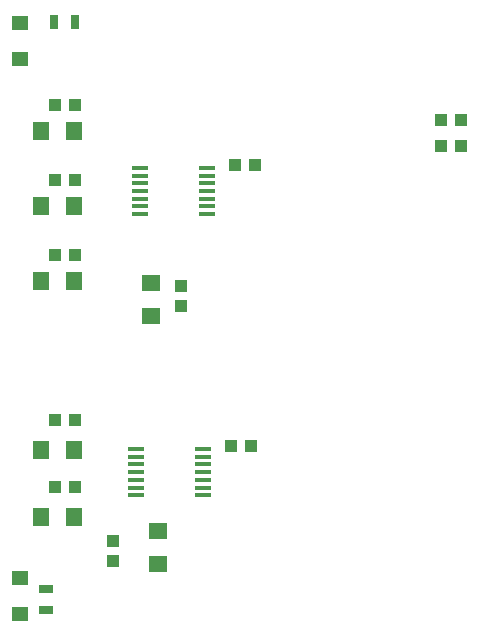
<source format=gtp>
G75*
%MOIN*%
%OFA0B0*%
%FSLAX24Y24*%
%IPPOS*%
%LPD*%
%AMOC8*
5,1,8,0,0,1.08239X$1,22.5*
%
%ADD10R,0.0551X0.0472*%
%ADD11R,0.0560X0.0140*%
%ADD12R,0.0551X0.0630*%
%ADD13R,0.0433X0.0394*%
%ADD14R,0.0630X0.0551*%
%ADD15R,0.0394X0.0433*%
%ADD16R,0.0472X0.0315*%
%ADD17R,0.0315X0.0472*%
D10*
X001550Y000834D03*
X001550Y002016D03*
X001550Y019334D03*
X001550Y020516D03*
D11*
X005555Y015695D03*
X005555Y015435D03*
X005555Y015185D03*
X005555Y014925D03*
X005555Y014665D03*
X005555Y014415D03*
X005555Y014155D03*
X007795Y014155D03*
X007795Y014415D03*
X007795Y014665D03*
X007795Y014925D03*
X007795Y015185D03*
X007795Y015435D03*
X007795Y015695D03*
X007670Y006320D03*
X007670Y006060D03*
X007670Y005810D03*
X007670Y005550D03*
X007670Y005290D03*
X007670Y005040D03*
X007670Y004780D03*
X005430Y004780D03*
X005430Y005040D03*
X005430Y005290D03*
X005430Y005550D03*
X005430Y005810D03*
X005430Y006060D03*
X005430Y006320D03*
D12*
X003351Y006300D03*
X002249Y006300D03*
X002249Y004050D03*
X003351Y004050D03*
X003351Y011925D03*
X002249Y011925D03*
X002249Y014425D03*
X003351Y014425D03*
X003351Y016925D03*
X002249Y016925D03*
D13*
X002715Y017800D03*
X003385Y017800D03*
X003385Y015300D03*
X002715Y015300D03*
X002715Y012800D03*
X003385Y012800D03*
X008715Y015800D03*
X009385Y015800D03*
X015590Y016425D03*
X016260Y016425D03*
X016260Y017300D03*
X015590Y017300D03*
X003385Y007300D03*
X002715Y007300D03*
X002715Y005050D03*
X003385Y005050D03*
X008590Y006425D03*
X009260Y006425D03*
D14*
X006175Y003601D03*
X006175Y002499D03*
X005925Y010749D03*
X005925Y011851D03*
D15*
X006925Y011760D03*
X006925Y011090D03*
X004675Y003260D03*
X004675Y002590D03*
D16*
X002425Y001654D03*
X002425Y000946D03*
D17*
X002696Y020550D03*
X003404Y020550D03*
M02*

</source>
